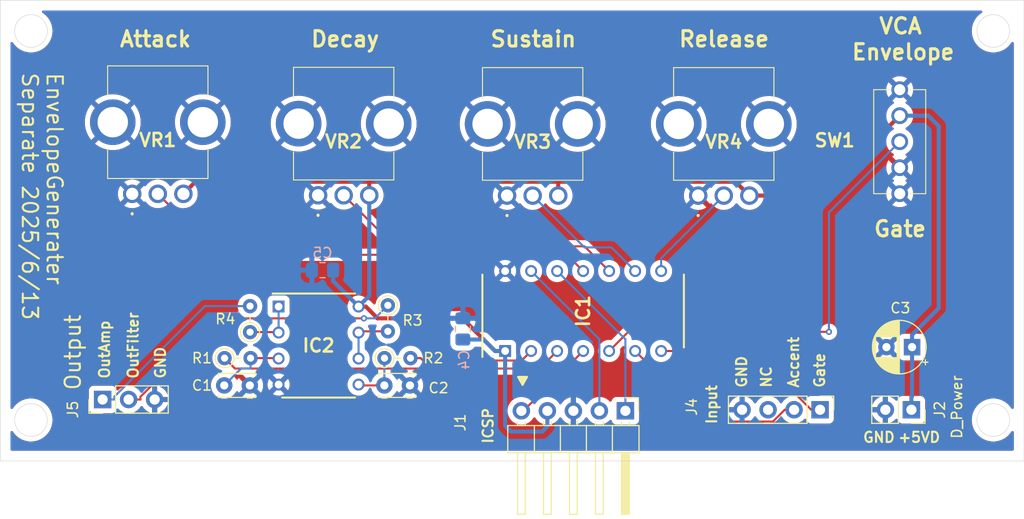
<source format=kicad_pcb>
(kicad_pcb (version 20240108) (generator "pcbnew") (generator_version "8.0")
  (layers (0 "F.Cu" signal) (31 "B.Cu" signal) (34 "B.Paste" user) (35 "F.Paste" user) (36 "B.SilkS" user "B.Silkscreen") (37 "F.SilkS" user "F.Silkscreen") (38 "B.Mask" user) (39 "F.Mask" user) (44 "Edge.Cuts" user))
  (net 0 "")
  (net 1 "Net-(IC2-VINA+)")
  (net 2 "GND")
  (net 3 "Net-(IC2-VINB+)")
  (net 4 "+5VD")
  (net 5 "Attack")
  (net 6 "Accent")
  (net 7 "PWM_outAmp")
  (net 8 "PWM_outFlt")
  (net 9 "ICSPDT")
  (net 10 "Decay")
  (net 11 "AmpWave")
  (net 12 "Sustain")
  (net 13 "~MCLR")
  (net 14 "ICSPCLK")
  (net 15 "Release")
  (net 16 "Gate")
  (net 17 "Net-(IC2-VINB-)")
  (net 18 "Net-(IC2-VINA-)")
  (net 20 "outAmp")
  (net 21 "outFlt")
  (footprint "SamacSys_Parts:DIP781W56P254L950H533Q8N" (layer "F.Cu") (at 101.095 63.73)
    (property "Reference" "IC2" (at 0 0 0) (layer "F.SilkS") (effects (font (size 1.27 1.27) (thickness 0.254))))
    (property "Value" "MCP6232-E_P" (hide yes))
    (fp_line (start -4.485 -5.08) (end 3.556 -5.08) (stroke (width 0.2)) (layer "F.SilkS"))
    (fp_line (start -3.556 5.08) (end 3.556 5.08) (stroke (width 0.2)) (layer "F.SilkS"))
    (pad "1" thru_hole rect (at -3.905 -3.81) (size 1.159 1.159) (drill 0.759) (layers "*.Cu" "*.Mask") (net 18 "Net-(IC2-VINA-)"))
    (pad "2" thru_hole circle (at -3.905 -1.27) (size 1.159 1.159) (drill 0.759) (layers "*.Cu" "*.Mask") (net 18 "Net-(IC2-VINA-)"))
    (pad "3" thru_hole circle (at -3.905 1.27) (size 1.159 1.159) (drill 0.759) (layers "*.Cu" "*.Mask") (net 1 "Net-(IC2-VINA+)"))
    (pad "4" thru_hole circle (at -3.905 3.81) (size 1.159 1.159) (drill 0.759) (layers "*.Cu" "*.Mask") (net 2 "GND"))
    (pad "5" thru_hole circle (at 3.905 3.81) (size 1.159 1.159) (drill 0.759) (layers "*.Cu" "*.Mask") (net 3 "Net-(IC2-VINB+)"))
    (pad "6" thru_hole circle (at 3.905 1.27) (size 1.159 1.159) (drill 0.759) (layers "*.Cu" "*.Mask") (net 17 "Net-(IC2-VINB-)"))
    (pad "7" thru_hole circle (at 3.905 -1.27) (size 1.159 1.159) (drill 0.759) (layers "*.Cu" "*.Mask") (net 17 "Net-(IC2-VINB-)"))
    (pad "8" thru_hole circle (at 3.905 -3.81) (size 1.159 1.159) (drill 0.759) (layers "*.Cu" "*.Mask") (net 4 "+5VD"))
  )
  (footprint "Resistor_THT:R_Axial_DIN0204_L3.6mm_D1.6mm_P2.54mm_Vertical" (layer "F.Cu") (at 107.861 59.8 -90)
    (property "Reference" "R3" (at 1.474 -2.413 180) (layer "F.SilkS"))
    (property "Value" "100" (hide yes))
    (fp_line (start 0.92 0) (end 1.54 0) (stroke (width 0.12)) (layer "F.SilkS"))
    (fp_circle (center 0 0) (end 0.92 0) (stroke (width 0.12)) (fill none) (layer "F.SilkS"))
    (pad "1" thru_hole circle (at 0 0 270) (size 1.4 1.4) (drill 0.7) (layers "*.Cu" "*.Mask") (net 21 "outFlt"))
    (pad "2" thru_hole oval (at 2.54 0 270) (size 1.4 1.4) (drill 0.7) (layers "*.Cu" "*.Mask") (net 17 "Net-(IC2-VINB-)"))
  )
  (footprint "SamacSys_Parts:RK09D117000B" (layer "F.Cu") (at 119.505 49.08)
    (property "Reference" "VR3" (at 2.5 -5.25 0) (layer "F.SilkS") (effects (font (size 1.27 1.27) (thickness 0.254))))
    (property "Value" "Sustain 10KB" (hide yes))
    (fp_line (start -2.4 -12.5) (end 7.4 -12.5) (stroke (width 0.1)) (layer "F.SilkS"))
    (fp_line (start -2.4 -9.5) (end -2.4 -12.5) (stroke (width 0.1)) (layer "F.SilkS"))
    (fp_line (start -2.4 -4.25) (end -2.4 -1.5) (stroke (width 0.1)) (layer "F.SilkS"))
    (fp_line (start -2.4 -1.5) (end 7.4 -1.5) (stroke (width 0.1)) (layer "F.SilkS"))
    (fp_line (start 0 1.9) (end 0 1.9) (stroke (width 0.2)) (layer "F.SilkS"))
    (fp_line (start 0 1.9) (end 0 1.9) (stroke (width 0.2)) (layer "F.SilkS"))
    (fp_line (start 0 2) (end 0 2) (stroke (width 0.2)) (layer "F.SilkS"))
    (fp_line (start 7.4 -12.5) (end 7.4 -9.5) (stroke (width 0.1)) (layer "F.SilkS"))
    (fp_line (start 7.4 -1.5) (end 7.4 -4.25) (stroke (width 0.1)) (layer "F.SilkS"))
    (fp_arc (start 0 1.9) (mid 0.05 1.95) (end 0 2) (stroke (width 0.2)) (layer "F.SilkS"))
    (fp_arc (start 0 2) (mid -0.05 1.95) (end 0 1.9) (stroke (width 0.2)) (layer "F.SilkS"))
    (fp_arc (start 0 2) (mid -0.05 1.95) (end 0 1.9) (stroke (width 0.2)) (layer "F.SilkS"))
    (pad "1" thru_hole circle (at 0 0) (size 1.8 1.8) (drill 1.2) (layers "*.Cu" "*.Mask") (net 2 "GND"))
    (pad "2" thru_hole circle (at 2.5 0) (size 1.8 1.8) (drill 1.2) (layers "*.Cu" "*.Mask") (net 12 "Sustain"))
    (pad "3" thru_hole circle (at 5 0) (size 1.8 1.8) (drill 1.2) (layers "*.Cu" "*.Mask") (net 4 "+5VD"))
    (pad "MH1" thru_hole circle (at -1.9 -7) (size 4.455 4.455) (drill 2.97) (layers "*.Cu" "*.Mask") (net 2 "GND"))
    (pad "MH2" thru_hole circle (at 6.9 -7) (size 4.455 4.455) (drill 2.97) (layers "*.Cu" "*.Mask") (net 2 "GND"))
  )
  (footprint "Capacitor_THT:CP_Radial_D5.0mm_P2.50mm" (layer "F.Cu") (at 159.066 63.8818 180)
    (property "Reference" "C3" (at 1.143 3.81 0) (layer "F.SilkS"))
    (property "Value" "10uF/16V")
    (fp_line (start 3.851 -0.284) (end 3.851 0.284) (stroke (width 0.12)) (layer "F.SilkS"))
    (fp_line (start 3.811 -0.518) (end 3.811 0.518) (stroke (width 0.12)) (layer "F.SilkS"))
    (fp_line (start 3.771 -0.677) (end 3.771 0.677) (stroke (width 0.12)) (layer "F.SilkS"))
    (fp_line (start 3.731 -0.805) (end 3.731 0.805) (stroke (width 0.12)) (layer "F.SilkS"))
    (fp_line (start 3.691 -0.915) (end 3.691 0.915) (stroke (width 0.12)) (layer "F.SilkS"))
    (fp_line (start 3.651 -1.011) (end 3.651 1.011) (stroke (width 0.12)) (layer "F.SilkS"))
    (fp_line (start 3.611 -1.098) (end 3.611 1.098) (stroke (width 0.12)) (layer "F.SilkS"))
    (fp_line (start 3.571 -1.178) (end 3.571 1.178) (stroke (width 0.12)) (layer "F.SilkS"))
    (fp_line (start 3.531 1.04) (end 3.531 1.251) (stroke (width 0.12)) (layer "F.SilkS"))
    (fp_line (start 3.531 -1.251) (end 3.531 -1.04) (stroke (width 0.12)) (layer "F.SilkS"))
    (fp_line (start 3.491 1.04) (end 3.491 1.319) (stroke (width 0.12)) (layer "F.SilkS"))
    (fp_line (start 3.491 -1.319) (end 3.491 -1.04) (stroke (width 0.12)) (layer "F.SilkS"))
    (fp_line (start 3.451 1.04) (end 3.451 1.383) (stroke (width 0.12)) (layer "F.SilkS"))
    (fp_line (start 3.451 -1.383) (end 3.451 -1.04) (stroke (width 0.12)) (layer "F.SilkS"))
    (fp_line (start 3.411 1.04) (end 3.411 1.443) (stroke (width 0.12)) (layer "F.SilkS"))
    (fp_line (start 3.411 -1.443) (end 3.411 -1.04) (stroke (width 0.12)) (layer "F.SilkS"))
    (fp_line (start 3.371 1.04) (end 3.371 1.5) (stroke (width 0.12)) (layer "F.SilkS"))
    (fp_line (start 3.371 -1.5) (end 3.371 -1.04) (stroke (width 0.12)) (layer "F.SilkS"))
    (fp_line (start 3.331 1.04) (end 3.331 1.554) (stroke (width 0.12)) (layer "F.SilkS"))
    (fp_line (start 3.331 -1.554) (end 3.331 -1.04) (stroke (width 0.12)) (layer "F.SilkS"))
    (fp_line (start 3.291 1.04) (end 3.291 1.605) (stroke (width 0.12)) (layer "F.SilkS"))
    (fp_line (start 3.291 -1.605) (end 3.291 -1.04) (stroke (width 0.12)) (layer "F.SilkS"))
    (fp_line (start 3.251 1.04) (end 3.251 1.653) (stroke (width 0.12)) (layer "F.SilkS"))
    (fp_line (start 3.251 -1.653) (end 3.251 -1.04) (stroke (width 0.12)) (layer "F.SilkS"))
    (fp_line (start 3.211 1.04) (end 3.211 1.699) (stroke (width 0.12)) (layer "F.SilkS"))
    (fp_line (start 3.211 -1.699) (end 3.211 -1.04) (stroke (width 0.12)) (layer "F.SilkS"))
    (fp_line (start 3.171 1.04) (end 3.171 1.743) (stroke (width 0.12)) (layer "F.SilkS"))
    (fp_line (start 3.171 -1.743) (end 3.171 -1.04) (stroke (width 0.12)) (layer "F.SilkS"))
    (fp_line (start 3.131 1.04) (end 3.131 1.785) (stroke (width 0.12)) (layer "F.SilkS"))
    (fp_line (start 3.131 -1.785) (end 3.131 -1.04) (stroke (width 0.12)) (layer "F.SilkS"))
    (fp_line (start 3.091 1.04) (end 3.091 1.826) (stroke (width 0.12)) (layer "F.SilkS"))
    (fp_line (start 3.091 -1.826) (end 3.091 -1.04) (stroke (width 0.12)) (layer "F.SilkS"))
    (fp_line (start 3.051 1.04) (end 3.051 1.864) (stroke (width 0.12)) (layer "F.SilkS"))
    (fp_line (start 3.051 -1.864) (end 3.051 -1.04) (stroke (width 0.12)) (layer "F.SilkS"))
    (fp_line (start 3.011 1.04) (end 3.011 1.901) (stroke (width 0.12)) (layer "F.SilkS"))
    (fp_line (start 3.011 -1.901) (end 3.011 -1.04) (stroke (width 0.12)) (layer "F.SilkS"))
    (fp_line (start 2.971 1.04) (end 2.971 1.937) (stroke (width 0.12)) (layer "F.SilkS"))
    (fp_line (start 2.971 -1.937) (end 2.971 -1.04) (stroke (width 0.12)) (layer "F.SilkS"))
    (fp_line (start 2.931 1.04) (end 2.931 1.971) (stroke (width 0.12)) (layer "F.SilkS"))
    (fp_line (start 2.931 -1.971) (end 2.931 -1.04) (stroke (width 0.12)) (layer "F.SilkS"))
    (fp_line (start 2.891 1.04) (end 2.891 2.004) (stroke (width 0.12)) (layer "F.SilkS"))
    (fp_line (start 2.891 -2.004) (end 2.891 -1.04) (stroke (width 0.12)) (layer "F.SilkS"))
    (fp_line (start 2.851 1.04) (end 2.851 2.035) (stroke (width 0.12)) (layer "F.SilkS"))
    (fp_line (start 2.851 -2.035) (end 2.851 -1.04) (stroke (width 0.12)) (layer "F.SilkS"))
    (fp_line (start 2.811 1.04) (end 2.811 2.065) (stroke (width 0.12)) (layer "F.SilkS"))
    (fp_line (start 2.811 -2.065) (end 2.811 -1.04) (stroke (width 0.12)) (layer "F.SilkS"))
    (fp_line (start 2.771 1.04) (end 2.771 2.095) (stroke (width 0.12)) (layer "F.SilkS"))
    (fp_line (start 2.771 -2.095) (end 2.771 -1.04) (stroke (width 0.12)) (layer "F.SilkS"))
    (fp_line (start 2.731 1.04) (end 2.731 2.122) (stroke (width 0.12)) (layer "F.SilkS"))
    (fp_line (start 2.731 -2.122) (end 2.731 -1.04) (stroke (width 0.12)) (layer "F.SilkS"))
    (fp_line (start 2.691 1.04) (end 2.691 2.149) (stroke (width 0.12)) (layer "F.SilkS"))
    (fp_line (start 2.691 -2.149) (end 2.691 -1.04) (stroke (width 0.12)) (layer "F.SilkS"))
    (fp_line (start 2.651 1.04) (end 2.651 2.175) (stroke (width 0.12)) (layer "F.SilkS"))
    (fp_line (start 2.651 -2.175) (end 2.651 -1.04) (stroke (width 0.12)) (layer "F.SilkS"))
    (fp_line (start 2.611 1.04) (end 2.611 2.2) (stroke (width 0.12)) (layer "F.SilkS"))
    (fp_line (start 2.611 -2.2) (end 2.611 -1.04) (stroke (width 0.12)) (layer "F.SilkS"))
    (fp_line (start 2.571 1.04) (end 2.571 2.224) (stroke (width 0.12)) (layer "F.SilkS"))
    (fp_line (start 2.571 -2.224) (end 2.571 -1.04) (stroke (width 0.12)) (layer "F.SilkS"))
    (fp_line (start 2.531 1.04) (end 2.531 2.247) (stroke (width 0.12)) (layer "F.SilkS"))
    (fp_line (start 2.531 -2.247) (end 2.531 -1.04) (stroke (width 0.12)) (layer "F.SilkS"))
    (fp_line (start 2.491 1.04) (end 2.491 2.268) (stroke (width 0.12)) (layer "F.SilkS"))
    (fp_line (start 2.491 -2.268) (end 2.491 -1.04) (stroke (width 0.12)) (layer "F.SilkS"))
    (fp_line (start 2.451 1.04) (end 2.451 2.29) (stroke (width 0.12)) (layer "F.SilkS"))
    (fp_line (start 2.451 -2.29) (end 2.451 -1.04) (stroke (width 0.12)) (layer "F.SilkS"))
    (fp_line (start 2.411 1.04) (end 2.411 2.31) (stroke (width 0.12)) (layer "F.SilkS"))
    (fp_line (start 2.411 -2.31) (end 2.411 -1.04) (stroke (width 0.12)) (layer "F.SilkS"))
    (fp_line (start 2.371 1.04) (end 2.371 2.329) (stroke (width 0.12)) (layer "F.SilkS"))
    (fp_line (start 2.371 -2.329) (end 2.371 -1.04) (stroke (width 0.12)) (layer "F.SilkS"))
    (fp_line (start 2.331 1.04) (end 2.331 2.348) (stroke (width 0.12)) (layer "F.SilkS"))
    (fp_line (start 2.331 -2.348) (end 2.331 -1.04) (stroke (width 0.12)) (layer "F.SilkS"))
    (fp_line (start 2.291 1.04) (end 2.291 2.365) (stroke (width 0.12)) (layer "F.SilkS"))
    (fp_line (start 2.291 -2.365) (end 2.291 -1.04) (stroke (width 0.12)) (layer "F.SilkS"))
    (fp_line (start 2.251 1.04) (end 2.251 2.382) (stroke (width 0.12)) (layer "F.SilkS"))
    (fp_line (start 2.251 -2.382) (end 2.251 -1.04) (stroke (width 0.12)) (layer "F.SilkS"))
    (fp_line (start 2.211 1.04) (end 2.211 2.398) (stroke (width 0.12)) (layer "F.SilkS"))
    (fp_line (start 2.211 -2.398) (end 2.211 -1.04) (stroke (width 0.12)) (layer "F.SilkS"))
    (fp_line (start 2.171 1.04) (end 2.171 2.414) (stroke (width 0.12)) (layer "F.SilkS"))
    (fp_line (start 2.171 -2.414) (end 2.171 -1.04) (stroke (width 0.12)) (layer "F.SilkS"))
    (fp_line (start 2.131 1.04) (end 2.131 2.428) (stroke (width 0.12)) (layer "F.SilkS"))
    (fp_line (start 2.131 -2.428) (end 2.131 -1.04) (stroke (width 0.12)) (layer "F.SilkS"))
    (fp_line (start 2.091 1.04) (end 2.091 2.442) (stroke (width 0.12)) (layer "F.SilkS"))
    (fp_line (start 2.091 -2.442) (end 2.091 -1.04) (stroke (width 0.12)) (layer "F.SilkS"))
    (fp_line (start 2.051 1.04) (end 2.051 2.455) (stroke (width 0.12)) (layer "F.SilkS"))
    (fp_line (start 2.051 -2.455) (end 2.051 -1.04) (stroke (width 0.12)) (layer "F.SilkS"))
    (fp_line (start 2.011 1.04) (end 2.011 2.468) (stroke (width 0.12)) (layer "F.SilkS"))
    (fp_line (start 2.011 -2.468) (end 2.011 -1.04) (stroke (width 0.12)) (layer "F.SilkS"))
    (fp_line (start 1.971 1.04) (end 1.971 2.48) (stroke (width 0.12)) (layer "F.SilkS"))
    (fp_line (start 1.971 -2.48) (end 1.971 -1.04) (stroke (width 0.12)) (layer "F.SilkS"))
    (fp_line (start 1.93 1.04) (end 1.93 2.491) (stroke (width 0.12)) (layer "F.SilkS"))
    (fp_line (start 1.93 -2.491) (end 1.93 -1.04) (stroke (width 0.12)) (layer "F.SilkS"))
    (fp_line (start 1.89 1.04) (end 1.89 2.501) (stroke (width 0.12)) (layer "F.SilkS"))
    (fp_line (start 1.89 -2.501) (end 1.89 -1.04) (stroke (width 0.12)) (layer "F.SilkS"))
    (fp_line (start 1.85 1.04) (end 1.85 2.511) (stroke (width 0.12)) (layer "F.SilkS"))
    (fp_line (start 1.85 -2.511) (end 1.85 -1.04) (stroke (width 0.12)) (layer "F.SilkS"))
    (fp_line (start 1.81 1.04) (end 1.81 2.52) (stroke (width 0.12)) (layer "F.SilkS"))
    (fp_line (start 1.81 -2.52) (end 1.81 -1.04) (stroke (width 0.12)) (layer "F.SilkS"))
    (fp_line (start 1.77 1.04) (end 1.77 2.528) (stroke (width 0.12)) (layer "F.SilkS"))
    (fp_line (start 1.77 -2.528) (end 1.77 -1.04) (stroke (width 0.12)) (layer "F.SilkS"))
    (fp_line (start 1.73 1.04) (end 1.73 2.536) (stroke (width 0.12)) (layer "F.SilkS"))
    (fp_line (start 1.73 -2.536) (end 1.73 -1.04) (stroke (width 0.12)) (layer "F.SilkS"))
    (fp_line (start 1.69 1.04) (end 1.69 2.543) (stroke (width 0.12)) (layer "F.SilkS"))
    (fp_line (start 1.69 -2.543) (end 1.69 -1.04) (stroke (width 0.12)) (layer "F.SilkS"))
    (fp_line (start 1.65 1.04) (end 1.65 2.55) (stroke (width 0.12)) (layer "F.SilkS"))
    (fp_line (start 1.65 -2.55) (end 1.65 -1.04) (stroke (width 0.12)) (layer "F.SilkS"))
    (fp_line (start 1.61 1.04) (end 1.61 2.556) (stroke (width 0.12)) (layer "F.SilkS"))
    (fp_line (start 1.61 -2.556) (end 1.61 -1.04) (stroke (width 0.12)) (layer "F.SilkS"))
    (fp_line (start 1.57 1.04) (end 1.57 2.561) (stroke (width 0.12)) (layer "F.SilkS"))
    (fp_line (start 1.57 -2.561) (end 1.57 -1.04) (stroke (width 0.12)) (layer "F.SilkS"))
    (fp_line (start 1.53 1.04) (end 1.53 2.565) (stroke (width 0.12)) (layer "F.SilkS"))
    (fp_line (start 1.53 -2.565) (end 1.53 -1.04) (stroke (width 0.12)) (layer "F.SilkS"))
    (fp_line (start 1.49 1.04) (end 1.49 2.569) (stroke (width 0.12)) (layer "F.SilkS"))
    (fp_line (start 1.49 -2.569) (end 1.49 -1.04) (stroke (width 0.12)) (layer "F.SilkS"))
    (fp_line (start 1.45 -2.573) (end 1.45 2.573) (stroke (width 0.12)) (layer "F.SilkS"))
    (fp_line (start 1.41 -2.576) (end 1.41 2.576) (stroke (width 0.12)) (layer "F.SilkS"))
    (fp_line (start 1.37 -2.578) (end 1.37 2.578) (stroke (width 0.12)) (layer "F.SilkS"))
    (fp_line (start 1.33 -2.579) (end 1.33 2.579) (stroke (width 0.12)) (layer "F.SilkS"))
    (fp_line (start 1.29 -2.58) (end 1.29 2.58) (stroke (width 0.12)) (layer "F.SilkS"))
    (fp_line (start 1.25 -2.58) (end 1.25 2.58) (stroke (width 0.12)) (layer "F.SilkS"))
    (fp_line (start -1.304775 -1.725) (end -1.304775 -1.225) (stroke (width 0.12)) (layer "F.SilkS"))
    (fp_line (start -1.554775 -1.475) (end -1.054775 -1.475) (stroke (width 0.12)) (layer "F.SilkS"))
    (fp_circle (center 1.25 0) (end 3.87 0) (stroke (width 0.12)) (fill none) (layer "F.SilkS"))
    (pad "1" thru_hole rect (at 0 0 180) (size 1.6 1.6) (drill 0.8) (layers "*.Cu" "*.Mask") (net 4 "+5VD"))
    (pad "2" thru_hole circle (at 2.5 0 180) (size 1.6 1.6) (drill 0.8) (layers "*.Cu" "*.Mask") (net 2 "GND"))
  )
  (footprint "Resistor_THT:R_Axial_DIN0204_L3.6mm_D1.6mm_P2.54mm_Vertical" (layer "F.Cu") (at 91.909 64.957)
    (property "Reference" "R1" (at -2.209 0 0) (layer "F.SilkS"))
    (property "Value" "10K")
    (fp_line (start 0.92 0) (end 1.54 0) (stroke (width 0.12)) (layer "F.SilkS"))
    (fp_circle (center 0 0) (end 0.92 0) (stroke (width 0.12)) (fill none) (layer "F.SilkS"))
    (pad "1" thru_hole circle (at 0 0) (size 1.4 1.4) (drill 0.7) (layers "*.Cu" "*.Mask") (net 7 "PWM_outAmp"))
    (pad "2" thru_hole oval (at 2.54 0) (size 1.4 1.4) (drill 0.7) (layers "*.Cu" "*.Mask") (net 1 "Net-(IC2-VINA+)"))
  )
  (footprint "Resistor_THT:R_Axial_DIN0204_L3.6mm_D1.6mm_P2.54mm_Vertical" (layer "F.Cu") (at 107.53 64.957)
    (property "Reference" "R2" (at 4.776 0 0) (layer "F.SilkS"))
    (property "Value" "10K")
    (fp_line (start 0.92 0) (end 1.54 0) (stroke (width 0.12)) (layer "F.SilkS"))
    (fp_circle (center 0 0) (end 0.92 0) (stroke (width 0.12)) (fill none) (layer "F.SilkS"))
    (pad "1" thru_hole circle (at 0 0) (size 1.4 1.4) (drill 0.7) (layers "*.Cu" "*.Mask") (net 3 "Net-(IC2-VINB+)"))
    (pad "2" thru_hole oval (at 2.54 0) (size 1.4 1.4) (drill 0.7) (layers "*.Cu" "*.Mask") (net 8 "PWM_outFlt"))
  )
  (footprint "SamacSys_Parts:RK09D117000B" (layer "F.Cu") (at 82.889 48.91)
    (property "Reference" "VR1" (at 2.5 -5.25 0) (layer "F.SilkS") (effects (font (size 1.27 1.27) (thickness 0.254))))
    (property "Value" "Attack 10KA" (hide yes))
    (fp_line (start -2.4 -12.5) (end 7.4 -12.5) (stroke (width 0.1)) (layer "F.SilkS"))
    (fp_line (start -2.4 -9.5) (end -2.4 -12.5) (stroke (width 0.1)) (layer "F.SilkS"))
    (fp_line (start -2.4 -4.25) (end -2.4 -1.5) (stroke (width 0.1)) (layer "F.SilkS"))
    (fp_line (start -2.4 -1.5) (end 7.4 -1.5) (stroke (width 0.1)) (layer "F.SilkS"))
    (fp_line (start 0 1.9) (end 0 1.9) (stroke (width 0.2)) (layer "F.SilkS"))
    (fp_line (start 0 1.9) (end 0 1.9) (stroke (width 0.2)) (layer "F.SilkS"))
    (fp_line (start 0 2) (end 0 2) (stroke (width 0.2)) (layer "F.SilkS"))
    (fp_line (start 7.4 -12.5) (end 7.4 -9.5) (stroke (width 0.1)) (layer "F.SilkS"))
    (fp_line (start 7.4 -1.5) (end 7.4 -4.25) (stroke (width 0.1)) (layer "F.SilkS"))
    (fp_arc (start 0 1.9) (mid 0.05 1.95) (end 0 2) (stroke (width 0.2)) (layer "F.SilkS"))
    (fp_arc (start 0 2) (mid -0.05 1.95) (end 0 1.9) (stroke (width 0.2)) (layer "F.SilkS"))
    (fp_arc (start 0 2) (mid -0.05 1.95) (end 0 1.9) (stroke (width 0.2)) (layer "F.SilkS"))
    (pad "1" thru_hole circle (at 0 0) (size 1.8 1.8) (drill 1.2) (layers "*.Cu" "*.Mask") (net 2 "GND"))
    (pad "2" thru_hole circle (at 2.5 0) (size 1.8 1.8) (drill 1.2) (layers "*.Cu" "*.Mask") (net 5 "Attack"))
    (pad "3" thru_hole circle (at 5 0) (size 1.8 1.8) (drill 1.2) (layers "*.Cu" "*.Mask") (net 4 "+5VD"))
    (pad "MH1" thru_hole circle (at -1.9 -7) (size 4.455 4.455) (drill 2.97) (layers "*.Cu" "*.Mask") (net 2 "GND"))
    (pad "MH2" thru_hole circle (at 6.9 -7) (size 4.455 4.455) (drill 2.97) (layers "*.Cu" "*.Mask") (net 2 "GND"))
  )
  (footprint "Capacitor_THT:C_Disc_D3.4mm_W2.1mm_P2.50mm" (layer "F.Cu") (at 91.879 67.624)
    (property "Reference" "C1" (at -2.179 0 0) (layer "F.SilkS"))
    (property "Value" "0.01uF")
    (fp_line (start -0.57 -1.17) (end -0.57 -0.925) (stroke (width 0.12)) (layer "F.SilkS"))
    (fp_line (start -0.57 -1.17) (end 3.07 -1.17) (stroke (width 0.12)) (layer "F.SilkS"))
    (fp_line (start -0.57 0.925) (end -0.57 1.17) (stroke (width 0.12)) (layer "F.SilkS"))
    (fp_line (start -0.57 1.17) (end 3.07 1.17) (stroke (width 0.12)) (layer "F.SilkS"))
    (fp_line (start 3.07 -1.17) (end 3.07 -0.925) (stroke (width 0.12)) (layer "F.SilkS"))
    (fp_line (start 3.07 0.925) (end 3.07 1.17) (stroke (width 0.12)) (layer "F.SilkS"))
    (pad "1" thru_hole circle (at 0 0) (size 1.6 1.6) (drill 0.8) (layers "*.Cu" "*.Mask") (net 1 "Net-(IC2-VINA+)"))
    (pad "2" thru_hole circle (at 2.5 0) (size 1.6 1.6) (drill 0.8) (layers "*.Cu" "*.Mask") (net 2 "GND"))
  )
  (footprint "Connector_PinHeader_2.54mm:PinHeader_1x03_P2.54mm_Vertical" (layer "F.Cu") (at 80 69 90)
    (property "Reference" "J5" (at -0.977 -2.911 90) (layer "F.SilkS"))
    (property "Value" "Conn_01x03")
    (fp_line (start -1.33 -1.33) (end 0 -1.33) (stroke (width 0.12)) (layer "F.SilkS"))
    (fp_line (start -1.33 0) (end -1.33 -1.33) (stroke (width 0.12)) (layer "F.SilkS"))
    (fp_line (start 1.33 1.27) (end 1.33 6.41) (stroke (width 0.12)) (layer "F.SilkS"))
    (fp_line (start -1.33 1.27) (end 1.33 1.27) (stroke (width 0.12)) (layer "F.SilkS"))
    (fp_line (start -1.33 1.27) (end -1.33 6.41) (stroke (width 0.12)) (layer "F.SilkS"))
    (fp_line (start -1.33 6.41) (end 1.33 6.41) (stroke (width 0.12)) (layer "F.SilkS"))
    (pad "1" thru_hole rect (at 0 0 90) (size 1.7 1.7) (drill 1) (layers "*.Cu" "*.Mask") (net 20 "outAmp"))
    (pad "2" thru_hole oval (at 0 2.54 90) (size 1.7 1.7) (drill 1) (layers "*.Cu" "*.Mask") (net 21 "outFlt"))
    (pad "3" thru_hole oval (at 0 5.08 90) (size 1.7 1.7) (drill 1) (layers "*.Cu" "*.Mask") (net 2 "GND"))
  )
  (footprint "Connector_PinHeader_2.54mm:PinHeader_1x05_P2.54mm_Horizontal" (layer "F.Cu") (at 131.064 70.104 -90)
    (property "Reference" "J1" (at 1.143 16.129 90) (layer "F.SilkS"))
    (property "Value" "ICSP")
    (fp_line (start 1.44 11.49) (end 4.1 11.49) (stroke (width 0.12)) (layer "F.SilkS"))
    (fp_line (start 4.1 11.49) (end 4.1 -1.33) (stroke (width 0.12)) (layer "F.SilkS"))
    (fp_line (start 1.042929 10.54) (end 1.44 10.54) (stroke (width 0.12)) (layer "F.SilkS"))
    (fp_line (start 10.1 10.54) (end 4.1 10.54) (stroke (width 0.12)) (layer "F.SilkS"))
    (fp_line (start 1.042929 9.78) (end 1.44 9.78) (stroke (width 0.12)) (layer "F.SilkS"))
    (fp_line (start 4.1 9.78) (end 10.1 9.78) (stroke (width 0.12)) (layer "F.SilkS"))
    (fp_line (start 10.1 9.78) (end 10.1 10.54) (stroke (width 0.12)) (layer "F.SilkS"))
    (fp_line (start 1.44 8.89) (end 4.1 8.89) (stroke (width 0.12)) (layer "F.SilkS"))
    (fp_line (start 1.042929 8) (end 1.44 8) (stroke (width 0.12)) (layer "F.SilkS"))
    (fp_line (start 10.1 8) (end 4.1 8) (stroke (width 0.12)) (layer "F.SilkS"))
    (fp_line (start 1.042929 7.24) (end 1.44 7.24) (stroke (width 0.12)) (layer "F.SilkS"))
    (fp_line (start 4.1 7.24) (end 10.1 7.24) (stroke (width 0.12)) (layer "F.SilkS"))
    (fp_line (start 10.1 7.24) (end 10.1 8) (stroke (width 0.12)) (layer "F.SilkS"))
    (fp_line (start 1.44 6.35) (end 4.1 6.35) (stroke (width 0.12)) (layer "F.SilkS"))
    (fp_line (start 1.042929 5.46) (end 1.44 5.46) (stroke (width 0.12)) (layer "F.SilkS"))
    (fp_line (start 10.1 5.46) (end 4.1 5.46) (stroke (width 0.12)) (layer "F.SilkS"))
    (fp_line (start 1.042929 4.7) (end 1.44 4.7) (stroke (width 0.12)) (layer "F.SilkS"))
    (fp_line (start 4.1 4.7) (end 10.1 4.7) (stroke (width 0.12)) (layer "F.SilkS"))
    (fp_line (start 10.1 4.7) (end 10.1 5.46) (stroke (width 0.12)) (layer "F.SilkS"))
    (fp_line (start 1.44 3.81) (end 4.1 3.81) (stroke (width 0.12)) (layer "F.SilkS"))
    (fp_line (start 1.042929 2.92) (end 1.44 2.92) (stroke (width 0.12)) (layer "F.SilkS"))
    (fp_line (start 10.1 2.92) (end 4.1 2.92) (stroke (width 0.12)) (layer "F.SilkS"))
    (fp_line (start 1.042929 2.16) (end 1.44 2.16) (stroke (width 0.12)) (layer "F.SilkS"))
    (fp_line (start 4.1 2.16) (end 10.1 2.16) (stroke (width 0.12)) (layer "F.SilkS"))
    (fp_line (start 10.1 2.16) (end 10.1 2.92) (stroke (width 0.12)) (layer "F.SilkS"))
    (fp_line (start 1.44 1.27) (end 4.1 1.27) (stroke (width 0.12)) (layer "F.SilkS"))
    (fp_line (start 1.11 0.38) (end 1.44 0.38) (stroke (width 0.12)) (layer "F.SilkS"))
    (fp_line (start 10.1 0.38) (end 4.1 0.38) (stroke (width 0.12)) (layer "F.SilkS"))
    (fp_line (start 4.1 0.28) (end 10.1 0.28) (stroke (width 0.12)) (layer "F.SilkS"))
    (fp_line (start 4.1 0.16) (end 10.1 0.16) (stroke (width 0.12)) (layer "F.SilkS"))
    (fp_line (start 4.1 0.04) (end 10.1 0.04) (stroke (width 0.12)) (layer "F.SilkS"))
    (fp_line (start -1.27 0) (end -1.27 -1.27) (stroke (width 0.12)) (layer "F.SilkS"))
    (fp_line (start 4.1 -0.08) (end 10.1 -0.08) (stroke (width 0.12)) (layer "F.SilkS"))
    (fp_line (start 4.1 -0.2) (end 10.1 -0.2) (stroke (width 0.12)) (layer "F.SilkS"))
    (fp_line (start 4.1 -0.32) (end 10.1 -0.32) (stroke (width 0.12)) (layer "F.SilkS"))
    (fp_line (start 1.11 -0.38) (end 1.44 -0.38) (stroke (width 0.12)) (layer "F.SilkS"))
    (fp_line (start 4.1 -0.38) (end 10.1 -0.38) (stroke (width 0.12)) (layer "F.SilkS"))
    (fp_line (start 10.1 -0.38) (end 10.1 0.38) (stroke (width 0.12)) (layer "F.SilkS"))
    (fp_line (start -1.27 -1.27) (end 0 -1.27) (stroke (width 0.12)) (layer "F.SilkS"))
    (fp_line (start 1.44 -1.33) (end 1.44 11.49) (stroke (width 0.12)) (layer "F.SilkS"))
    (fp_line (start 4.1 -1.33) (end 1.44 -1.33) (stroke (width 0.12)) (layer "F.SilkS"))
    (pad "1" thru_hole rect (at 0 0 270) (size 1.7 1.7) (drill 1) (layers "*.Cu" "*.Mask") (net 14 "ICSPCLK"))
    (pad "2" thru_hole oval (at 0 2.54 270) (size 1.7 1.7) (drill 1) (layers "*.Cu" "*.Mask") (net 9 "ICSPDT"))
    (pad "3" thru_hole oval (at 0 5.08 270) (size 1.7 1.7) (drill 1) (layers "*.Cu" "*.Mask") (net 2 "GND"))
    (pad "4" thru_hole oval (at 0 7.62 270) (size 1.7 1.7) (drill 1) (layers "*.Cu" "*.Mask") (net 4 "+5VD"))
    (pad "5" thru_hole oval (at 0 10.16 270) (size 1.7 1.7) (drill 1) (layers "*.Cu" "*.Mask") (net 13 "~MCLR"))
  )
  (footprint "SamacSys_Parts:2MS1T1B4VS2QES" (layer "F.Cu") (at 157.861 41.275)
    (property "Reference" "SW1" (at -6.35 2.413 0) (layer "F.SilkS") (effects (font (size 1.27 1.27) (thickness 0.254))))
    (property "Value" "2MS1T1B4VS2QES" (hide yes))
    (fp_line (start -2.54 -2.54) (end -2.54 7.62) (stroke (width 0.1)) (layer "F.SilkS"))
    (fp_line (start -2.54 7.62) (end -1 7.62) (stroke (width 0.1)) (layer "F.SilkS"))
    (fp_line (start -1 -2.54) (end -2.54 -2.54) (stroke (width 0.1)) (layer "F.SilkS"))
    (fp_line (start 1 -2.54) (end 2.54 -2.54) (stroke (width 0.1)) (layer "F.SilkS"))
    (fp_line (start 2.54 -2.54) (end 2.54 7.62) (stroke (width 0.1)) (layer "F.SilkS"))
    (fp_line (start 2.54 7.62) (end 1 7.62) (stroke (width 0.1)) (layer "F.SilkS"))
    (pad "1" thru_hole circle (at 0 0) (size 1.635 1.635) (drill 1.09) (layers "*.Cu" "*.Mask") (net 4 "+5VD"))
    (pad "2" thru_hole circle (at 0 2.54) (size 1.635 1.635) (drill 1.09) (layers "*.Cu" "*.Mask") (net 11 "AmpWave"))
    (pad "3" thru_hole circle (at 0 5.08) (size 1.635 1.635) (drill 1.09) (layers "*.Cu" "*.Mask") (net 2 "GND"))
    (pad "MH1" thru_hole circle (at 0 -2.54) (size 1.635 1.635) (drill 1.09) (layers "*.Cu" "*.Mask") (net 2 "GND"))
    (pad "MH2" thru_hole circle (at 0 7.62) (size 1.635 1.635) (drill 1.09) (layers "*.Cu" "*.Mask") (net 2 "GND"))
  )
  (footprint "SamacSys_Parts:RK09D117000B" (layer "F.Cu") (at 138.174 49.08)
    (property "Reference" "VR4" (at 2.5 -5.25 0) (layer "F.SilkS") (effects (font (size 1.27 1.27) (thickness 0.254))))
    (property "Value" "Release 10KA" (hide yes))
    (fp_line (start -2.4 -12.5) (end 7.4 -12.5) (stroke (width 0.1)) (layer "F.SilkS"))
    (fp_line (start -2.4 -9.5) (end -2.4 -12.5) (stroke (width 0.1)) (layer "F.SilkS"))
    (fp_line (start -2.4 -4.25) (end -2.4 -1.5) (stroke (width 0.1)) (layer "F.SilkS"))
    (fp_line (start -2.4 -1.5) (end 7.4 -1.5) (stroke (width 0.1)) (layer "F.SilkS"))
    (fp_line (start 0 1.9) (end 0 1.9) (stroke (width 0.2)) (layer "F.SilkS"))
    (fp_line (start 0 1.9) (end 0 1.9) (stroke (width 0.2)) (layer "F.SilkS"))
    (fp_line (start 0 2) (end 0 2) (stroke (width 0.2)) (layer "F.SilkS"))
    (fp_line (start 7.4 -12.5) (end 7.4 -9.5) (stroke (width 0.1)) (layer "F.SilkS"))
    (fp_line (start 7.4 -1.5) (end 7.4 -4.25) (stroke (width 0.1)) (layer "F.SilkS"))
    (fp_arc (start 0 1.9) (mid 0.05 1.95) (end 0 2) (stroke (width 0.2)) (layer "F.SilkS"))
    (fp_arc (start 0 2) (mid -0.05 1.95) (end 0 1.9) (stroke (width 0.2)) (layer "F.SilkS"))
    (fp_arc (start 0 2) (mid -0.05 1.95) (end 0 1.9) (stroke (width 0.2)) (layer "F.SilkS"))
    (pad "1" thru_hole circle (at 0 0) (size 1.8 1.8) (drill 1.2) (layers "*.Cu" "*.Mask") (net 2 "GND"))
    (pad "2" thru_hole circle (at 2.5 0) (size 1.8 1.8) (drill 1.2) (layers "*.Cu" "*.Mask") (net 15 "Release"))
    (pad "3" thru_hole circle (at 5 0) (size 1.8 1.8) (drill 1.2) (layers "*.Cu" "*.Mask") (net 4 "+5VD"))
    (pad "MH1" thru_hole circle (at -1.9 -7) (size 4.455 4.455) (drill 2.97) (layers "*.Cu" "*.Mask") (net 2 "GND"))
    (pad "MH2" thru_hole circle (at 6.9 -7) (size 4.455 4.455) (drill 2.97) (layers "*.Cu" "*.Mask") (net 2 "GND"))
  )
  (footprint "Resistor_THT:R_Axial_DIN0204_L3.6mm_D1.6mm_P2.54mm_Vertical" (layer "F.Cu") (at 94.399 62.417 90)
    (property "Reference" "R4" (at 1.27 -2.413 180) (layer "F.SilkS"))
    (property "Value" "100")
    (fp_line (start 0.92 0) (end 1.54 0) (stroke (width 0.12)) (layer "F.SilkS"))
    (fp_circle (center 0 0) (end 0.92 0) (stroke (width 0.12)) (fill none) (layer "F.SilkS"))
    (pad "1" thru_hole circle (at 0 0 90) (size 1.4 1.4) (drill 0.7) (layers "*.Cu" "*.Mask") (net 18 "Net-(IC2-VINA-)"))
    (pad "2" thru_hole oval (at 2.54 0 90) (size 1.4 1.4) (drill 0.7) (layers "*.Cu" "*.Mask") (net 20 "outAmp"))
  )
  (footprint "Connector_PinHeader_2.54mm:PinHeader_1x04_P2.54mm_Vertical" (layer "F.Cu") (at 150.08 70 -90)
    (property "Reference" "J4" (at -0.277 12.539 90) (layer "F.SilkS"))
    (property "Value" "Conn_01x04")
    (fp_line (start -1.33 8.95) (end 1.33 8.95) (stroke (width 0.12)) (layer "F.SilkS"))
    (fp_line (start -1.33 1.27) (end -1.33 8.95) (stroke (width 0.12)) (layer "F.SilkS"))
    (fp_line (start -1.33 1.27) (end 1.33 1.27) (stroke (width 0.12)) (layer "F.SilkS"))
    (fp_line (start 1.33 1.27) (end 1.33 8.95) (stroke (width 0.12)) (layer "F.SilkS"))
    (fp_line (start -1.33 0) (end -1.33 -1.33) (stroke (width 0.12)) (layer "F.SilkS"))
    (fp_line (start -1.33 -1.33) (end 0 -1.33) (stroke (width 0.12)) (layer "F.SilkS"))
    (pad "1" thru_hole rect (at 0 0 270) (size 1.7 1.7) (drill 1) (layers "*.Cu" "*.Mask") (net 16 "Gate"))
    (pad "2" thru_hole oval (at 0 2.54 270) (size 1.7 1.7) (drill 1) (layers "*.Cu" "*.Mask") (net 6 "Accent"))
    (pad "3" thru_hole oval (at 0 5.08 270) (size 1.7 1.7) (drill 1) (layers "*.Cu" "*.Mask"))
    (pad "4" thru_hole oval (at 0 7.62 270) (size 1.7 1.7) (drill 1) (layers "*.Cu" "*.Mask") (net 2 "GND"))
  )
  (footprint "SamacSys_Parts:RK09D117000B" (layer "F.Cu") (at 101.045 49.052)
    (property "Reference" "VR2" (at 2.5 -5.25 0) (layer "F.SilkS") (effects (font (size 1.27 1.27) (thickness 0.254))))
    (property "Value" "Decay 10KA" (hide yes))
    (fp_line (start -2.4 -12.5) (end 7.4 -12.5) (stroke (width 0.1)) (layer "F.SilkS"))
    (fp_line (start -2.4 -9.5) (end -2.4 -12.5) (stroke (width 0.1)) (layer "F.SilkS"))
    (fp_line (start -2.4 -4.25) (end -2.4 -1.5) (stroke (width 0.1)) (layer "F.SilkS"))
    (fp_line (start -2.4 -1.5) (end 7.4 -1.5) (stroke (width 0.1)) (layer "F.SilkS"))
    (fp_line (start 0 1.9) (end 0 1.9) (stroke (width 0.2)) (layer "F.SilkS"))
    (fp_line (start 0 1.9) (end 0 1.9) (stroke (width 0.2)) (layer "F.SilkS"))
    (fp_line (start 0 2) (end 0 2) (stroke (width 0.2)) (layer "F.SilkS"))
    (fp_line (start 7.4 -12.5) (end 7.4 -9.5) (stroke (width 0.1)) (layer "F.SilkS"))
    (fp_line (start 7.4 -1.5) (end 7.4 -4.25) (stroke (width 0.1)) (layer "F.SilkS"))
    (fp_arc (start 0 1.9) (mid 0.05 1.95) (end 0 2) (stroke (width 0.2)) (layer "F.SilkS"))
    (fp_arc (start 0 2) (mid -0.05 1.95) (end 0 1.9) (stroke (width 0.2)) (layer "F.SilkS"))
    (fp_arc (start 0 2) (mid -0.05 1.95) (end 0 1.9) (stroke (width 0.2)) (layer "F.SilkS"))
    (pad "1" thru_hole circle (at 0 0) (size 1.8 1.8) (drill 1.2) (layers "*.Cu" "*.Mask") (net 2 "GND"))
    (pad "2" thru_hole circle (at 2.5 0) (size 1.8 1.8) (drill 1.2) (layers "*.Cu" "*.Mask") (net 10 "Decay"))
    (pad "3" thru_hole circle (at 5 0) (size 1.8 1.8) (drill 1.2) (layers "*.Cu" "*.Mask") (net 4 "+5VD"))
    (pad "MH1" thru_hole circle (at -1.9 -7) (size 4.455 4.455) (drill 2.97) (layers "*.Cu" "*.Mask") (net 2 "GND"))
    (pad "MH2" thru_hole circle (at 6.9 -7) (size 4.455 4.455) (drill 2.97) (layers "*.Cu" "*.Mask") (net 2 "GND"))
  )
  (footprint "Capacitor_THT:C_Disc_D3.4mm_W2.1mm_P2.50mm" (layer "F.Cu") (at 107.52 67.624)
    (property "Reference" "C2" (at 5.294 0.254 0) (layer "F.SilkS"))
    (property "Value" "0.01uF")
    (fp_line (start -0.57 -1.17) (end -0.57 -0.925) (stroke (width 0.12)) (layer "F.SilkS"))
    (fp_line (start -0.57 -1.17) (end 3.07 -1.17) (stroke (width 0.12)) (layer "F.SilkS"))
    (fp_line (start -0.57 0.925) (end -0.57 1.17) (stroke (width 0.12)) (layer "F.SilkS"))
    (fp_line (start -0.57 1.17) (end 3.07 1.17) (stroke (width 0.12)) (layer "F.SilkS"))
    (fp_line (start 3.07 -1.17) (end 3.07 -0.925) (stroke (width 0.12)) (layer "F.SilkS"))
    (fp_line (start 3.07 0.925) (end 3.07 1.17) (stroke (width 0.12)) (layer "F.SilkS"))
    (pad "1" thru_hole circle (at 0 0) (size 1.6 1.6) (drill 0.8) (layers "*.Cu" "*.Mask") (net 3 "Net-(IC2-VINB+)"))
    (pad "2" thru_hole circle (at 2.5 0) (size 1.6 1.6) (drill 0.8) (layers "*.Cu" "*.Mask") (net 2 "GND"))
  )
  (footprint "SamacSys_Parts:DIP781W56P254L1918H533Q14N" (layer "F.Cu") (at 126.937 60.357 90)
    (property "Reference" "IC1" (at 0 0 90) (layer "F.SilkS") (effects (font (size 1.27 1.27) (thickness 0.254))))
    (property "Value" "PIC16F15325-I_P" (hide yes))
    (fp_line (start -4.485 -9.842) (end 3.556 -9.842) (stroke (width 0.2)) (layer "F.SilkS"))
    (fp_line (start -3.556 9.842) (end 3.556 9.842) (stroke (width 0.2)) (layer "F.SilkS"))
    (pad "1" thru_hole rect (at -3.905 -7.62 90) (size 1.159 1.159) (drill 0.759) (layers "*.Cu" "*.Mask") (net 4 "+5VD"))
    (pad "2" thru_hole circle (at -3.905 -5.08 90) (size 1.159 1.159) (drill 0.759) (layers "*.Cu" "*.Mask") (net 8 "PWM_outFlt"))
    (pad "3" thru_hole circle (at -3.905 -2.54 90) (size 1.159 1.159) (drill 0.759) (layers "*.Cu" "*.Mask") (net 7 "PWM_outAmp"))
    (pad "4" thru_hole circle (at -3.905 0 90) (size 1.159 1.159) (drill 0.759) (layers "*.Cu" "*.Mask") (net 13 "~MCLR"))
    (pad "5" thru_hole circle (at -3.905 2.54 90) (size 1.159 1.159) (drill 0.759) (layers "*.Cu" "*.Mask") (net 11 "AmpWave"))
    (pad "6" thru_hole circle (at -3.905 5.08 90) (size 1.159 1.159) (drill 0.759) (layers "*.Cu" "*.Mask") (net 6 "Accent"))
    (pad "7" thru_hole circle (at -3.905 7.62 90) (size 1.159 1.159) (drill 0.759) (layers "*.Cu" "*.Mask") (net 16 "Gate"))
    (pad "8" thru_hole circle (at 3.905 7.62 90) (size 1.159 1.159) (drill 0.759) (layers "*.Cu" "*.Mask") (net 15 "Release"))
    (pad "9" thru_hole circle (at 3.905 5.08 90) (size 1.159 1.159) (drill 0.759) (layers "*.Cu" "*.Mask") (net 12 "Sustain"))
    (pad "10" thru_hole circle (at 3.905 2.54 90) (size 1.159 1.159) (drill 0.759) (layers "*.Cu" "*.Mask") (net 10 "Decay"))
    (pad "11" thru_hole circle (at 3.905 0 90) (size 1.159 1.159) (drill 0.759) (layers "*.Cu" "*.Mask") (net 5 "Attack"))
    (pad "12" thru_hole circle (at 3.905 -2.54 90) (size 1.159 1.159) (drill 0.759) (layers "*.Cu" "*.Mask") (net 14 "ICSPCLK"))
    (pad "13" thru_hole circle (at 3.905 -5.08 90) (size 1.159 1.159) (drill 0.759) (layers "*.Cu" "*.Mask") (net 9 "ICSPDT"))
    (pad "14" thru_hole circle (at 3.905 -7.62 90) (size 1.159 1.159) (drill 0.759) (layers "*.Cu" "*.Mask") (net 2 "GND"))
  )
  (footprint "Connector_PinSocket_2.54mm:PinSocket_1x02_P2.54mm_Vertical" (layer "F.Cu") (at 159 70 -90)
    (property "Reference" "J2" (at 0 -2.77 90) (layer "F.SilkS"))
    (property "Value" "D_Power")
    (fp_line (start -1.33 3.87) (end 1.33 3.87) (stroke (width 0.12)) (layer "F.SilkS"))
    (fp_line (start -1.33 1.27) (end -1.33 3.87) (stroke (width 0.12)) (layer "F.SilkS"))
    (fp_line (start -1.33 1.27) (end 1.33 1.27) (stroke (width 0.12)) (layer "F.SilkS"))
    (fp_line (start 1.33 1.27) (end 1.33 3.87) (stroke (width 0.12)) (layer "F.SilkS"))
    (fp_line (start 0 -1.33) (end 1.33 -1.33) (stroke (width 0.12)) (layer "F.SilkS"))
    (fp_line (start 1.33 -1.33) (end 1.33 0) (stroke (width 0.12)) (layer "F.SilkS"))
    (pad "1" thru_hole rect (at 0 0 270) (size 1.7 1.7) (drill 1) (layers "*.Cu" "*.Mask") (net 4 "+5VD"))
    (pad "2" thru_hole oval (at 0 2.54 270) (size 1.7 1.7) (drill 1) (layers "*.Cu" "*.Mask") (net 2 "GND"))
  )
  (footprint "Capacitor_SMD:C_0805_2012Metric_Pad1.18x1.45mm_HandSolder" (layer "B.Cu") (at 101.476 56.364 180)
    (property "Reference" "C5" (at 0 1.68 0) (layer "B.SilkS") (effects (justify mirror)))
    (property "Value" "0.1uF")
    (fp_line (start 0.261252 0.735) (end -0.261252 0.735) (stroke (width 0.12)) (layer "B.SilkS"))
    (fp_line (start 0.261252 -0.735) (end -0.261252 -0.735) (stroke (width 0.12)) (layer "B.SilkS"))
    (pad "1" smd roundrect (at -1.0375 0 180) (size 1.175 1.45) (layers "B.Cu" "B.Paste" "B.Mask") (roundrect_rratio 0.212766) (net 4 "+5VD"))
    (pad "2" smd roundrect (at 1.0375 0 180) (size 1.175 1.45) (layers "B.Cu" "B.Paste" "B.Mask") (roundrect_rratio 0.212766) (net 2 "GND"))
  )
  (footprint "Capacitor_SMD:C_0805_2012Metric_Pad1.18x1.45mm_HandSolder" (layer "B.Cu") (at 115.189 62.103 90)
    (property "Reference" "C4" (at -3.0265 0.127 90) (layer "B.SilkS") (effects (justify mirror)))
    (property "Value" "0.1uF")
    (fp_line (start 0.261252 -0.735) (end -0.261252 -0.735) (stroke (width 0.12)) (layer "B.SilkS"))
    (fp_line (start 0.261252 0.735) (end -0.261252 0.735) (stroke (width 0.12)) (layer "B.SilkS"))
    (pad "1" smd roundrect (at -1.0375 0 90) (size 1.175 1.45) (layers "B.Cu" "B.Paste" "B.Mask") (roundrect_rratio 0.212766) (net 4 "+5VD"))
    (pad "2" smd roundrect (at 1.0375 0 90) (size 1.175 1.45) (layers "B.Cu" "B.Paste" "B.Mask") (roundrect_rratio 0.212766) (net 2 "GND"))
  )
  (gr_rect (start 70 30) (end 170 75) (stroke (width 0.05)) (fill none) (layer "Edge.Cuts"))
  (gr_circle (center 167 71) (end 168.6 71) (stroke (width 0.05)) (fill none) (layer "Edge.Cuts"))
  (gr_circle (center 73 33) (end 74.6 33) (stroke (width 0.05)) (fill none) (layer "Edge.Cuts"))
  (gr_circle (center 73 71) (end 74.6 71) (stroke (width 0.05)) (fill none) (layer "Edge.Cuts"))
  (gr_circle (center 167 33) (end 168.6 33) (stroke (width 0.05)) (fill none) (layer "Edge.Cuts"))
  (gr_text "+5VD" (at 157.607 73.279 0) (layer "F.SilkS") (effects (font (size 1 1) (thickness 0.2)) (justify left bottom)))
  (gr_text "D_Power" (at 163.449 69.723 90) (layer "F.SilkS") (effects (font (size 1 1))))
  (gr_text "Accent" (at 148.082 67.945 90) (layer "F.SilkS") (effects (font (size 1 1) (thickness 0.2)) (justify left bottom)))
  (gr_text "Release" (at 136.144 34.671 0) (layer "F.SilkS") (effects (font (size 1.5 1.5) (thickness 0.3) (bold yes)) (justify left bottom)))
  (gr_text "▼" (at 120.269 67.691 0) (layer "F.SilkS") (effects (font (size 1 1) (thickness 0.2)) (justify left bottom)))
  (gr_text "EnvelopeGenerater\nSeparate 2025/6/13" (at 72.009 36.957 270) (layer "F.SilkS") (effects (font (size 1.5 1.5) (thickness 0.2)) (justify left bottom)))
  (gr_text "Sustain" (at 117.729 34.671 0) (layer "F.SilkS") (effects (font (size 1.5 1.5) (thickness 0.3) (bold yes)) (justify left bottom)))
  (gr_text "NC" (at 145.415 67.945 90) (layer "F.SilkS") (effects (font (size 1 1) (thickness 0.2)) (justify left bottom)))
  (gr_text "GND" (at 143.002 67.945 90) (layer "F.SilkS") (effects (font (size 1 1) (thickness 0.2)) (justify left bottom)))
  (gr_text "OutAmp" (at 80.772 67.056 90) (layer "F.SilkS") (effects (font (size 1 1) (thickness 0.2)) (justify left bottom)))
  (gr_text "ICSP" (at 118.237 73.406 90) (layer "F.SilkS") (effects (font (size 1 1) (thickness 0.2)) (justify left bottom)))
  (gr_text "Output" (at 77.978 68.199 90) (layer "F.SilkS") (effects (font (size 1.5 1.5) (thickness 0.2)) (justify left bottom)))
  (gr_text "GND" (at 86.233 67.056 90) (layer "F.SilkS") (effects (font (size 1 1) (thickness 0.2)) (justify left bottom)))
  (gr_text "Gate" (at 155.194 53.213 0) (layer "F.SilkS") (effects (font (size 1.5 1.5) (thickness 0.3) (bold yes)) (justify left bottom)))
  (gr_text "OutFilter" (at 83.566 67.056 90) (layer "F.SilkS") (effects (font (size 1 1) (thickness 0.2)) (justify left bottom)))
  (gr_text "Decay" (at 100.203 34.671 0) (layer "F.SilkS") (effects (font (size 1.5 1.5) (thickness 0.3) (bold yes)) (justify left bottom)))
  (gr_text "GND" (at 154.178 73.279 0) (layer "F.SilkS") (effects (font (size 1 1) (thickness 0.2)) (justify left bottom)))
  (gr_text "Attack" (at 81.534 34.671 0) (layer "F.SilkS") (effects (font (size 1.5 1.5) (thickness 0.3) (bold yes)) (justify left bottom)))
  (gr_text "VCA" (at 155.702 33.401 0) (layer "F.SilkS") (effects (font (size 1.5 1.5) (thickness 0.3) (bold yes)) (justify left bottom)))
  (gr_text "Input" (at 140.081 71.501 90) (layer "F.SilkS") (effects (font (size 1 1) (thickness 0.2)) (justify left bottom)))
  (gr_text "Envelope" (at 153.035 35.941 0) (layer "F.SilkS") (effects (font (size 1.5 1.5) (thickness 0.3) (bold yes)) (justify left bottom)))
  (gr_text "Gate" (at 150.622 67.945 90) (layer "F.SilkS") (effects (font (size 1 1) (thickness 0.2)) (justify left bottom)))
  (segment (start 97.147 64.957) (end 97.19 65) (width 0.2) (layer "F.Cu") (net 1))
  (segment (start 94.449 64.957) (end 97.147 64.957) (width 0.2) (layer "F.Cu") (net 1))
  (segment (start 91.879 67.624) (end 93.5443 65.9587) (width 0.2) (layer "B.Cu") (net 1))
  (segment (start 93.5443 65.9587) (end 94.449 65.9587) (width 0.2) (layer "B.Cu") (net 1))
  (segment (start 94.449 64.957) (end 94.449 65.9587) (width 0.2) (layer "B.Cu") (net 1))
  (segment (start 107.52 67.624) (end 105.084 67.624) (width 0.2) (layer "F.Cu") (net 3))
  (segment (start 105.084 67.624) (end 105 67.54) (width 0.2) (layer "F.Cu") (net 3))
  (segment (start 107.52 64.967) (end 107.52 67.624) (width 0.2) (layer "B.Cu") (net 3))
  (segment (start 107.53 64.957) (end 107.52 64.967) (width 0.2) (layer "B.Cu") (net 3))
  (segment (start 157.861 41.275) (end 150.056 49.08) (width 0.4) (layer "F.Cu") (net 4))
  (segment (start 105.36 59.92) (end 105.7059 59.92) (width 0.4) (layer "F.Cu") (net 4))
  (segment (start 106.045 47.7289) (end 89.0701 47.7289) (width 0.4) (layer "F.Cu") (net 4))
  (segment (start 124.505 47.7289) (end 124.505 49.08) (width 0.4) (layer "F.Cu") (net 4))
  (segment (start 143.174 49.08) (end 141.823 47.7289) (width 0.4) (layer "F.Cu") (net 4))
  (segment (start 141.823 47.7289) (end 124.505 47.7289) (width 0.4) (layer "F.Cu") (net 4))
  (segment (start 119.317 64.262) (end 118.3358 64.262) (width 0.4) (layer "F.Cu") (net 4))
  (segment (start 124.505 47.7289) (end 107.285 47.7289) (width 0.4) (layer "F.Cu") (net 4))
  (segment (start 89.0701 47.7289) (end 87.889 48.91) (width 0.4) (layer "F.Cu") (net 4))
  (segment (start 105.7059 59.92) (end 106.8559 61.07) (width 0.4) (layer "F.Cu") (net 4))
  (segment (start 115.1438 61.07) (end 118.3358 64.262) (width 0.4) (layer "F.Cu") (net 4))
  (segment (start 105.36 59.92) (end 105.18 59.92) (width 0.4) (layer "F.Cu") (net 4))
  (segment (start 107.285 47.7289) (end 106.045 47.7289) (width 0.4) (layer "F.Cu") (net 4))
  (segment (start 106.045 47.7289) (end 106.045 49.052) (width 0.4) (layer "F.Cu") (net 4))
  (segment (start 106.8559 61.07) (end 115.1438 61.07) (width 0.4) (layer "F.Cu") (net 4))
  (segment (start 150.056 49.08) (end 143.174 49.08) (width 0.4) (layer "F.Cu") (net 4))
  (segment (start 105.18 59.92) (end 105 59.92) (width 0.4) (layer "F.Cu") (net 4))
  (segment (start 161.671 60.0751) (end 161.671 42.291) (width 0.4) (layer "B.Cu") (net 4))
  (segment (start 115.189 63.1405) (end 117.2143 63.1405) (width 0.4) (layer "B.Cu") (net 4))
  (segment (start 106.045 58.875) (end 105 59.92) (width 0.4) (layer "B.Cu") (net 4))
  (segment (start 102.5135 57.4335) (end 102.5135 56.364) (width 0.4) (layer "B.Cu") (net 4))
  (segment (start 159 68.7483) (end 159.066 68.6823) (width 0.4) (layer "B.Cu") (net 4))
  (segment (start 159 70) (end 159 68.7483) (width 0.4) (layer "B.Cu") (net 4))
  (segment (start 106.045 49.052) (end 106.045 58.875) (width 0.4) (layer "B.Cu") (net 4))
  (segment (start 159.066 68.6823) (end 159.066 63.8818) (width 0.4) (layer "B.Cu") (net 4))
  (segment (start 119.317 71.565) (end 119.888 72.136) (width 0.4) (layer "B.Cu") (net 4))
  (segment (start 122.936 72.136) (end 123.444 71.628) (width 0.4) (layer "B.Cu") (net 4))
  (segment (start 119.317 71.565) (end 119.317 64.262) (width 0.4) (layer "B.Cu") (net 4))
  (segment (start 159.066 62.6801) (end 161.671 60.0751) (width 0.4) (layer "B.Cu") (net 4))
  (segment (start 119.317 64.262) (end 118.3358 64.262) (width 0.4) (layer "B.Cu") (net 4))
  (segment (start 123.444 71.628) (end 123.444 70.104) (width 0.4) (layer "B.Cu") (net 4))
  (segment (start 160.655 41.275) (end 157.861 41.275) (width 0.4) (layer "B.Cu") (net 4))
  (segment (start 159.066 63.8818) (end 159.066 62.6801) (width 0.4) (layer "B.Cu") (net 4))
  (segment (start 117.2143 63.1405) (end 118.3358 64.262) (width 0.4) (layer "B.Cu") (net 4))
  (segment (start 119.888 72.136) (end 122.936 72.136) (width 0.4) (layer "B.Cu") (net 4))
  (segment (start 105 59.92) (end 102.5135 57.4335) (width 0.4) (layer "B.Cu") (net 4))
  (segment (start 161.671 42.291) (end 160.655 41.275) (width 0.4) (layer "B.Cu") (net 4))
  (segment (start 85.389 48.91) (end 91.3413 54.8623) (width 0.2) (layer "F.Cu") (net 5))
  (segment (start 91.3413 54.8623) (end 125.347 54.8623) (width 0.2) (layer "F.Cu") (net 5))
  (segment (start 125.347 54.8623) (end 126.937 56.452) (width 0.2) (layer "F.Cu") (net 5))
  (segment (start 146.6287 70) (end 147.54 70) (width 0.2) (layer "F.Cu") (net 6))
  (segment (start 138.907 71.1517) (end 145.477 71.1517) (width 0.2) (layer "F.Cu") (net 6))
  (segment (start 132.017 64.262) (end 138.907 71.1517) (width 0.2) (layer "F.Cu") (net 6))
  (segment (start 145.477 71.1517) (end 146.6287 70) (width 0.2) (layer "F.Cu") (net 6))
  (segment (start 91.909 64.957) (end 92.9264 65.9744) (width 0.2) (layer "F.Cu") (net 7))
  (segment (start 122.685 65.9744) (end 124.397 64.262) (width 0.2) (layer "F.Cu") (net 7))
  (segment (start 92.9264 65.9744) (end 122.685 65.9744) (width 0.2) (layer "F.Cu") (net 7))
  (segment (start 120.928 65.1909) (end 121.857 64.262) (width 0.2) (layer "F.Cu") (net 8))
  (segment (start 110.07 64.957) (end 111.072 64.957) (width 0.2) (layer "F.Cu") (net 8))
  (segment (start 111.072 64.957) (end 111.306 65.1909) (width 0.2) (layer "F.Cu") (net 8))
  (segment (start 111.306 65.1909) (end 120.928 65.1909) (width 0.2) (layer "F.Cu") (net 8))
  (segment (start 121.857 56.452) (end 128.524 63.119) (width 0.2) (layer "B.Cu") (net 9))
  (segment (start 128.524 63.119) (end 128.524 70.104) (width 0.2) (layer "B.Cu") (net 9))
  (segment (start 103.545 49.052) (end 108.528 54.0353) (width 0.2) (layer "F.Cu") (net 10))
  (segment (start 108.528 54.0353) (end 127.06 54.0353) (width 0.2) (layer "F.Cu") (net 10))
  (segment (start 127.06 54.0353) (end 129.477 56.452) (width 0.2) (layer "F.Cu") (net 10))
  (segment (start 131.352 62.3875) (end 129.477 64.262) (width 0.2) (layer "F.Cu") (net 11))
  (segment (start 150.945 62.3875) (end 131.352 62.3875) (width 0.2) (layer "F.Cu") (net 11))
  (via (at 150.945 62.3875) (size 0.6) (drill 0.3) (layers "F.Cu" "B.Cu") (net 11))
  (segment (start 150.945 50.7307) (end 150.945 62.3875) (width 0.2) (layer "B.Cu") (net 11))
  (segment (start 157.861 43.815) (end 150.945 50.7307) (width 0.2) (layer "B.Cu") (net 11))
  (segment (start 122.005 49.08) (end 127.062 54.1374) (width 0.2) (layer "B.Cu") (net 12))
  (segment (start 129.702 54.1374) (end 132.017 56.452) (width 0.2) (layer "B.Cu") (net 12))
  (segment (start 127.062 54.1374) (end 129.702 54.1374) (width 0.2) (layer "B.Cu") (net 12))
  (segment (start 121.095 70.104) (end 126.937 64.262) (width 0.2) (layer "F.Cu") (net 13))
  (segment (start 120.904 70.104) (end 121.095 70.104) (width 0.2) (layer "F.Cu") (net 13))
  (segment (start 124.397 56.452) (end 131.064 63.119) (width 0.2) (layer "B.Cu") (net 14))
  (segment (start 131.064 63.119) (end 131.064 70.104) (width 0.2) (layer "B.Cu") (net 14))
  (segment (start 134.557 55.197) (end 134.557 56.452) (width 0.2) (layer "B.Cu") (net 15))
  (segment (start 140.674 49.08) (end 134.557 55.197) (width 0.2) (layer "B.Cu") (net 15))
  (segment (start 143.478 64.262) (end 134.557 64.262) (width 0.2) (layer "F.Cu") (net 16))
  (segment (start 149.216 70) (end 143.478 64.262) (width 0.2) (layer "F.Cu") (net 16))
  (segment (start 150.08 70) (end 149.216 70) (width 0.2) (layer "F.Cu") (net 16))
  (segment (start 105.12 62.34) (end 105 62.46) (width 0.2) (layer "F.Cu") (net 17))
  (segment (start 107.861 62.34) (end 105.12 62.34) (width 0.2) (layer "F.Cu") (net 17))
  (segment (start 105 65) (end 105 62.46) (width 0.2) (layer "B.Cu") (net 17))
  (segment (start 97.147 62.417) (end 97.19 62.46) (width 0.2) (layer "F.Cu") (net 18))
  (segment (start 94.399 62.417) (end 97.147 62.417) (width 0.2) (layer "F.Cu") (net 18))
  (segment (start 97.19 62.46) (end 97.19 59.92) (width 0.2) (layer "B.Cu") (net 18))
  (segment (start 94.399 59.877) (end 89.9868 59.877) (width 0.2) (layer "B.Cu") (net 20))
  (segment (start 80 69) (end 81.1517 69) (width 0.2) (layer "B.Cu") (net 20))
  (segment (start 81.1517 68.7121) (end 81.1517 69) (width 0.2) (layer "B.Cu") (net 20))
  (segment (start 89.9868 59.877) (end 81.1517 68.7121) (width 0.2) (layer "B.Cu") (net 20))
  (segment (start 105.519 61.0713) (end 91.3519 61.0713) (width 0.2) (layer "F.Cu") (net 21))
  (segment (start 82.54 69) (end 83.6917 69) (width 0.2) (layer "F.Cu") (net 21))
  (segment (start 83.6917 68.7315) (end 83.6917 69) (width 0.2) (layer "F.Cu") (net 21))
  (segment (start 91.3519 61.0713) (end 83.6917 68.7315) (width 0.2) (layer "F.Cu") (net 21))
  (via (at 105.519 61.0713) (size 0.6) (drill 0.3) (layers "F.Cu" "B.Cu") (net 21))
  (segment (start 107.861 59.8) (end 106.59 61.0713) (width 0.2) (layer "B.Cu") (net 21))
  (segment (start 106.59 61.0713) (end 105.519 61.0713) (width 0.2) (layer "B.Cu") (net 21))
  (zone (net 2) (net_name "GND") (layers "F&B.Cu") (connect_pads (clearance 0.5)) (min_thickness 0.25) (fill yes (thermal_gap 0.5) (thermal_bridge_width 0.5))
    (polygon (pts (xy 71 31) (xy 169 31) (xy 169 74) (xy 71 74)))
  )
)
</source>
